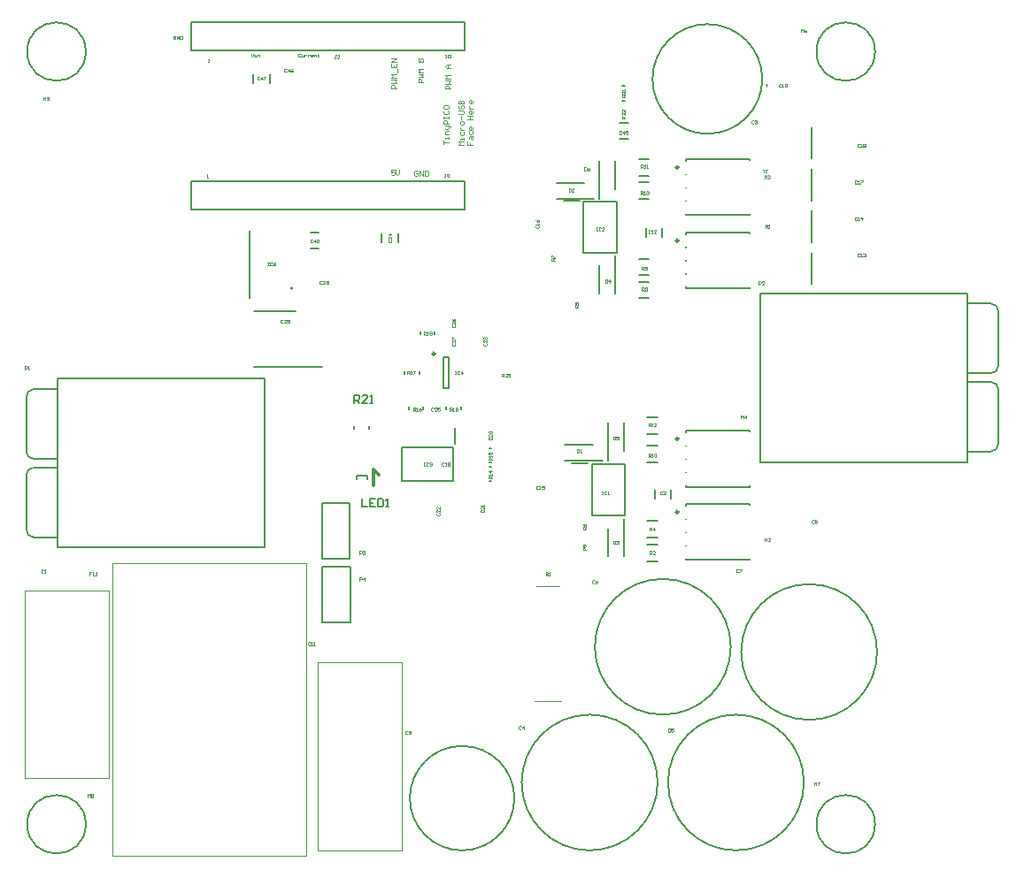
<source format=gto>
G04*
G04 #@! TF.GenerationSoftware,Altium Limited,Altium Designer,21.6.4 (81)*
G04*
G04 Layer_Color=65535*
%FSLAX44Y44*%
%MOMM*%
G71*
G04*
G04 #@! TF.SameCoordinates,D26747ED-23D3-466A-99B4-63F3962E0784*
G04*
G04*
G04 #@! TF.FilePolarity,Positive*
G04*
G01*
G75*
%ADD10C,0.2000*%
%ADD11C,0.2500*%
%ADD12C,0.3000*%
%ADD13C,0.1000*%
%ADD14C,0.2032*%
D10*
X8500Y371793D02*
G03*
X1000Y364293I0J-7500D01*
G01*
Y312293D02*
G03*
X8500Y304793I7500J0D01*
G01*
X1000Y387293D02*
G03*
X8500Y379793I7500J0D01*
G01*
Y446793D02*
G03*
X1000Y439293I0J-7500D01*
G01*
X923542Y461857D02*
G03*
X931042Y469357I0J7500D01*
G01*
Y521357D02*
G03*
X923542Y528857I-7500J0D01*
G01*
X931042Y446357D02*
G03*
X923542Y453857I-7500J0D01*
G01*
Y386857D02*
G03*
X931042Y394357I0J7500D01*
G01*
X256057Y543264D02*
G03*
X256057Y543264I-890J0D01*
G01*
X58000Y770000D02*
G03*
X58000Y770000I-28000J0D01*
G01*
X675000Y200000D02*
G03*
X675000Y200000I-65000J0D01*
G01*
X705161Y743785D02*
G03*
X705161Y743785I-52500J0D01*
G01*
X58000Y30000D02*
G03*
X58000Y30000I-28000J0D01*
G01*
X745000Y70000D02*
G03*
X745000Y70000I-65000J0D01*
G01*
X605000D02*
G03*
X605000Y70000I-65000J0D01*
G01*
X468000Y55000D02*
G03*
X468000Y55000I-50000J0D01*
G01*
X815000Y195000D02*
G03*
X815000Y195000I-65000J0D01*
G01*
X813000Y770000D02*
G03*
X813000Y770000I-28000J0D01*
G01*
Y30000D02*
G03*
X813000Y30000I-28000J0D01*
G01*
X317000Y363500D02*
X327000D01*
X317000Y360500D02*
Y363500D01*
X327000Y360500D02*
Y363500D01*
X329000Y408750D02*
Y411250D01*
X315000Y408750D02*
Y411250D01*
X283792Y283943D02*
X310693D01*
Y337743D01*
X283792D02*
X310693D01*
X283792Y283943D02*
Y337743D01*
X284050Y276900D02*
X310950D01*
X284050Y223100D02*
Y276900D01*
Y223100D02*
X310950D01*
Y276900D01*
X229000Y295293D02*
Y457293D01*
X31000Y295293D02*
Y457293D01*
Y295293D02*
X229000D01*
X31000Y457293D02*
X229000Y457293D01*
X8500Y371793D02*
X31000D01*
X1000Y311793D02*
Y364293D01*
X8500Y304793D02*
X31000D01*
X8500Y379793D02*
X31000D01*
X1000Y386793D02*
Y439293D01*
X8500Y446793D02*
X31000D01*
X703043Y376357D02*
Y538357D01*
X901042Y376357D02*
Y538357D01*
X703043D02*
X901042D01*
X703043Y376357D02*
X901042Y376357D01*
Y461857D02*
X923542D01*
X931042Y469357D02*
Y521857D01*
X901042Y528857D02*
X923542D01*
X901042Y453857D02*
X923542D01*
X931042Y394357D02*
Y446857D01*
X901042Y386857D02*
X923542D01*
X159250Y771500D02*
Y798500D01*
Y771500D02*
X420750D01*
Y798500D01*
X159250D02*
X420750D01*
X159250Y619100D02*
Y646100D01*
Y619100D02*
X420750D01*
Y646100D01*
X159250D02*
X420750D01*
X508166Y644426D02*
X535166D01*
X508166Y628927D02*
X544416D01*
X218219Y740031D02*
Y747969D01*
X233781Y740031D02*
Y747969D01*
X273031Y597031D02*
X280969D01*
X273031Y581469D02*
X280969D01*
X516500Y393750D02*
X543500D01*
X516500Y378250D02*
X552750D01*
X392000Y499250D02*
Y501750D01*
X378000Y499250D02*
Y501750D01*
X219250Y468335D02*
X284250D01*
X219250Y521335D02*
X259000D01*
X377000Y461250D02*
Y463750D01*
X363000Y461250D02*
Y463750D01*
X405500Y447500D02*
Y477500D01*
X400500Y447500D02*
Y477500D01*
Y447500D02*
X405500D01*
X400500Y477500D02*
X405500D01*
X381000Y427250D02*
Y429750D01*
X367000Y427250D02*
Y429750D01*
X417000Y427250D02*
Y429750D01*
X403000Y427250D02*
Y429750D01*
X443750Y390500D02*
X446250D01*
X443750Y376500D02*
X446250D01*
X409500Y359000D02*
Y391000D01*
X360500Y359000D02*
X409500D01*
X360500D02*
Y391000D01*
X409500D01*
X410800Y394500D02*
Y409750D01*
X443750Y372500D02*
X446250D01*
X443750Y358500D02*
X446250D01*
X214718Y533644D02*
Y598644D01*
X341219Y587808D02*
Y595746D01*
X356781Y587808D02*
Y595746D01*
X571250Y737000D02*
X573750D01*
X571250Y723000D02*
X573750D01*
X568868Y701781D02*
X576806D01*
X568868Y686219D02*
X576806D01*
X564416Y638176D02*
Y665176D01*
X548916Y628927D02*
Y665176D01*
X586936Y666676D02*
X596397D01*
X586936Y650676D02*
X596397D01*
X586936Y644677D02*
X596397D01*
X586936Y628676D02*
X596397D01*
X593885Y592707D02*
Y600645D01*
X609447Y592707D02*
Y600645D01*
X586936Y571676D02*
X596397D01*
X586936Y555676D02*
X596397D01*
X586936Y549677D02*
X596397D01*
X586936Y533676D02*
X596397D01*
X548916Y538176D02*
Y565176D01*
X564416Y538176D02*
Y574426D01*
X533666Y626176D02*
X565666D01*
Y577176D02*
Y626176D01*
X533666Y577176D02*
X565666D01*
X533666D02*
Y626176D01*
X514916Y627476D02*
X530166D01*
X557250Y286500D02*
Y313500D01*
X572750Y286500D02*
Y322750D01*
X542000Y374500D02*
X574000D01*
Y325500D02*
Y374500D01*
X542000Y325500D02*
X574000D01*
X542000D02*
Y374500D01*
X523250Y375800D02*
X538500D01*
X572750Y387500D02*
Y414500D01*
X557250Y378250D02*
Y414500D01*
X595269Y404000D02*
X604730D01*
X595269Y420000D02*
X604730D01*
X595269Y377000D02*
X604730D01*
X595269Y393000D02*
X604730D01*
X602219Y342031D02*
Y349969D01*
X617781Y342031D02*
Y349969D01*
X595269Y320500D02*
X604730D01*
X595269Y304500D02*
X604730D01*
X595269Y298000D02*
X604730D01*
X595269Y282000D02*
X604730D01*
X632500Y336750D02*
X693500D01*
X632500Y283250D02*
Y284700D01*
Y297200D02*
Y297400D01*
Y309900D02*
Y310100D01*
Y322600D02*
Y322800D01*
Y335300D02*
Y336750D01*
Y283250D02*
X693500D01*
Y284200D01*
Y335800D02*
Y336750D01*
X632500Y596750D02*
X693500D01*
X632500Y543250D02*
Y544700D01*
Y557200D02*
Y557400D01*
Y569900D02*
Y570100D01*
Y582600D02*
Y582800D01*
Y595300D02*
Y596750D01*
Y543250D02*
X693500D01*
Y544200D01*
Y595800D02*
Y596750D01*
X632500Y406750D02*
X693500D01*
X632500Y353250D02*
Y354700D01*
Y367200D02*
Y367400D01*
Y379900D02*
Y380100D01*
Y392600D02*
Y392800D01*
Y405300D02*
Y406750D01*
Y353250D02*
X693500D01*
Y354200D01*
Y405800D02*
Y406750D01*
X632500Y666750D02*
X693500D01*
X632500Y613250D02*
Y614700D01*
Y627200D02*
Y627400D01*
Y639900D02*
Y640100D01*
Y652600D02*
Y652800D01*
Y665300D02*
Y666750D01*
Y613250D02*
X693500D01*
Y614200D01*
Y665800D02*
Y666750D01*
X752500Y667500D02*
Y697500D01*
Y627500D02*
Y657500D01*
Y587500D02*
Y617500D01*
Y547500D02*
Y577500D01*
D11*
X392250Y480500D02*
G03*
X392250Y480500I-1250J0D01*
G01*
X625000Y329050D02*
G03*
X625000Y329050I-1250J0D01*
G01*
Y589050D02*
G03*
X625000Y589050I-1250J0D01*
G01*
Y399050D02*
G03*
X625000Y399050I-1250J0D01*
G01*
Y659050D02*
G03*
X625000Y659050I-1250J0D01*
G01*
D12*
X333430Y369620D02*
X338510Y364540D01*
X333430Y354380D02*
Y369620D01*
D13*
X487500Y148000D02*
X512500D01*
X488750Y258000D02*
X511250D01*
X268500Y0D02*
Y280000D01*
X83500Y0D02*
X268500D01*
X83500D02*
Y280000D01*
X268500D01*
X0Y74043D02*
X80000D01*
Y254042D01*
X0D02*
X80000D01*
X0Y74043D02*
Y254042D01*
X280000Y5000D02*
X360000D01*
Y185000D01*
X280000D02*
X360000D01*
X280000Y5000D02*
Y185000D01*
X216251Y767999D02*
Y766000D01*
X217251Y765000D01*
X218251Y766000D01*
Y767999D01*
X219250Y765000D02*
X220250D01*
X219750D01*
Y766999D01*
X219250D01*
X221749Y765000D02*
Y766999D01*
X223249D01*
X223749Y766499D01*
Y765000D01*
X355167Y734838D02*
X350169D01*
Y737337D01*
X351002Y738170D01*
X352668D01*
X353501Y737337D01*
Y734838D01*
X350169Y739836D02*
X355167D01*
X353501Y741503D01*
X355167Y743169D01*
X350169D01*
X355167Y744835D02*
X350169D01*
X351835Y746501D01*
X350169Y748167D01*
X355167D01*
X356000Y749833D02*
Y753165D01*
X350169Y758164D02*
Y754831D01*
X355167D01*
Y758164D01*
X352668Y754831D02*
Y756498D01*
X355167Y759830D02*
X350169D01*
X355167Y763162D01*
X350169D01*
X144001Y784499D02*
X143501Y784999D01*
X142501D01*
X142001Y784499D01*
Y782500D01*
X142501Y782000D01*
X143501D01*
X144001Y782500D01*
Y783500D01*
X143001D01*
X145000Y782000D02*
Y784999D01*
X147000Y782000D01*
Y784999D01*
X147999D02*
Y782000D01*
X149499D01*
X149999Y782500D01*
Y784499D01*
X149499Y784999D01*
X147999D01*
X353167Y656998D02*
X349835D01*
Y654499D01*
X351501Y655332D01*
X352334D01*
X353167Y654499D01*
Y652833D01*
X352334Y652000D01*
X350668D01*
X349835Y652833D01*
X354833Y656998D02*
Y653666D01*
X356499Y652000D01*
X358165Y653666D01*
Y656998D01*
X407000Y734337D02*
X402002D01*
Y736836D01*
X402835Y737669D01*
X404501D01*
X405334Y736836D01*
Y734337D01*
X402002Y739335D02*
X407000D01*
X405334Y741002D01*
X407000Y742668D01*
X402002D01*
X407000Y744334D02*
X402002D01*
X403668Y746000D01*
X402002Y747666D01*
X407000D01*
Y754331D02*
X403668D01*
X402002Y755997D01*
X403668Y757663D01*
X407000D01*
X404501D01*
Y754331D01*
X381000Y740337D02*
X376002D01*
Y742836D01*
X376835Y743670D01*
X378501D01*
X379334Y742836D01*
Y740337D01*
X376002Y745336D02*
X381000D01*
X379334Y747002D01*
X381000Y748668D01*
X376002D01*
X381000Y750334D02*
X376002D01*
X377668Y752000D01*
X376002Y753666D01*
X381000D01*
X376002Y760331D02*
X381000D01*
Y762830D01*
X380167Y763663D01*
X379334D01*
X378501Y762830D01*
Y760331D01*
Y762830D01*
X377668Y763663D01*
X376835D01*
X376002Y762830D01*
Y760331D01*
X419602Y680757D02*
X414604D01*
X416270Y682423D01*
X414604Y684089D01*
X419602D01*
Y685755D02*
Y687421D01*
Y686588D01*
X416270D01*
Y685755D01*
Y693253D02*
Y690754D01*
X417103Y689921D01*
X418769D01*
X419602Y690754D01*
Y693253D01*
X416270Y694919D02*
X419602D01*
X417936D01*
X417103Y695752D01*
X416270Y696585D01*
Y697418D01*
X419602Y700751D02*
Y702417D01*
X418769Y703250D01*
X417103D01*
X416270Y702417D01*
Y700751D01*
X417103Y699917D01*
X418769D01*
X419602Y700751D01*
X417103Y704916D02*
Y708248D01*
X414604Y709914D02*
X418769D01*
X419602Y710747D01*
Y712413D01*
X418769Y713246D01*
X414604D01*
X415437Y718245D02*
X414604Y717412D01*
Y715746D01*
X415437Y714912D01*
X416270D01*
X417103Y715746D01*
Y717412D01*
X417936Y718245D01*
X418769D01*
X419602Y717412D01*
Y715746D01*
X418769Y714912D01*
X414604Y719911D02*
X419602D01*
Y722410D01*
X418769Y723243D01*
X417936D01*
X417103Y722410D01*
Y719911D01*
Y722410D01*
X416270Y723243D01*
X415437D01*
X414604Y722410D01*
Y719911D01*
X423002Y683673D02*
Y680340D01*
X425501D01*
Y682007D01*
Y680340D01*
X428000D01*
X424668Y686172D02*
Y687838D01*
X425501Y688671D01*
X428000D01*
Y686172D01*
X427167Y685339D01*
X426334Y686172D01*
Y688671D01*
X424668Y693670D02*
Y691170D01*
X425501Y690337D01*
X427167D01*
X428000Y691170D01*
Y693670D01*
Y697835D02*
Y696169D01*
X427167Y695336D01*
X425501D01*
X424668Y696169D01*
Y697835D01*
X425501Y698668D01*
X426334D01*
Y695336D01*
X423002Y705332D02*
X428000D01*
X425501D01*
Y708664D01*
X423002D01*
X428000D01*
Y712830D02*
Y711164D01*
X427167Y710331D01*
X425501D01*
X424668Y711164D01*
Y712830D01*
X425501Y713663D01*
X426334D01*
Y710331D01*
X424668Y715329D02*
X428000D01*
X426334D01*
X425501Y716162D01*
X424668Y716995D01*
Y717828D01*
X428000Y722827D02*
Y721161D01*
X427167Y720327D01*
X425501D01*
X424668Y721161D01*
Y722827D01*
X425501Y723660D01*
X426334D01*
Y720327D01*
X375668Y655165D02*
X374835Y655998D01*
X373169D01*
X372336Y655165D01*
Y651833D01*
X373169Y651000D01*
X374835D01*
X375668Y651833D01*
Y653499D01*
X374002D01*
X377334Y651000D02*
Y655998D01*
X380666Y651000D01*
Y655998D01*
X382332D02*
Y651000D01*
X384831D01*
X385664Y651833D01*
Y655165D01*
X384831Y655998D01*
X382332D01*
X400336Y681673D02*
Y685005D01*
Y683339D01*
X405334D01*
Y686671D02*
Y688337D01*
Y687504D01*
X402002D01*
Y686671D01*
X405334Y690836D02*
X402002D01*
Y693335D01*
X402835Y694169D01*
X405334D01*
X402002Y695835D02*
X404501D01*
X405334Y696668D01*
Y699167D01*
X406167D01*
X407000Y698334D01*
Y697501D01*
X405334Y699167D02*
X402002D01*
X405334Y700833D02*
X400336D01*
Y703332D01*
X401169Y704165D01*
X402835D01*
X403668Y703332D01*
Y700833D01*
X400336Y705832D02*
Y707498D01*
Y706665D01*
X405334D01*
Y705832D01*
Y707498D01*
X401169Y713329D02*
X400336Y712496D01*
Y710830D01*
X401169Y709997D01*
X404501D01*
X405334Y710830D01*
Y712496D01*
X404501Y713329D01*
X400336Y717494D02*
Y715828D01*
X401169Y714995D01*
X404501D01*
X405334Y715828D01*
Y717494D01*
X404501Y718327D01*
X401169D01*
X400336Y717494D01*
X263502Y767499D02*
X263003Y767999D01*
X262003D01*
X261503Y767499D01*
Y765500D01*
X262003Y765000D01*
X263003D01*
X263502Y765500D01*
X264502Y766999D02*
Y765500D01*
X265002Y765000D01*
X266502D01*
Y766999D01*
X267501D02*
Y765000D01*
Y766000D01*
X268001Y766499D01*
X268501Y766999D01*
X269001D01*
X270500D02*
Y765000D01*
Y766000D01*
X271000Y766499D01*
X271500Y766999D01*
X272000D01*
X274999Y765000D02*
X273999D01*
X273499Y765500D01*
Y766499D01*
X273999Y766999D01*
X274999D01*
X275499Y766499D01*
Y766000D01*
X273499D01*
X276498Y765000D02*
Y766999D01*
X277998D01*
X278498Y766499D01*
Y765000D01*
X279997Y767499D02*
Y766999D01*
X279497D01*
X280497D01*
X279997D01*
Y765500D01*
X280497Y765000D01*
X175000Y760000D02*
X176000D01*
X175500D01*
Y762999D01*
X175000Y762499D01*
X402000Y764000D02*
X403000D01*
X402500D01*
Y766999D01*
X402000Y766499D01*
X404499D02*
X404999Y766999D01*
X405999D01*
X406499Y766499D01*
Y764500D01*
X405999Y764000D01*
X404999D01*
X404499Y764500D01*
Y766499D01*
X173800Y649600D02*
X174800D01*
X174300D01*
Y652599D01*
X173800Y652099D01*
X401000Y650000D02*
X402000D01*
X401500D01*
Y652999D01*
X401000Y652499D01*
X403499D02*
X403999Y652999D01*
X404999D01*
X405499Y652499D01*
Y650500D01*
X404999Y650000D01*
X403999D01*
X403499Y650500D01*
Y652499D01*
X708161Y737785D02*
X710160D01*
X709160Y738784D02*
Y736785D01*
X320001Y263500D02*
Y266500D01*
X321500D01*
X322000Y266000D01*
Y265000D01*
X321500Y264500D01*
X320001D01*
X324499Y263500D02*
Y266500D01*
X323000Y265000D01*
X324999D01*
X320001Y288500D02*
Y291500D01*
X321500D01*
X322000Y291000D01*
Y290000D01*
X321500Y289500D01*
X320001D01*
X323000Y291000D02*
X323500Y291500D01*
X324499D01*
X324999Y291000D01*
Y290500D01*
X324499Y290000D01*
X323999D01*
X324499D01*
X324999Y289500D01*
Y289000D01*
X324499Y288500D01*
X323500D01*
X323000Y289000D01*
X701832Y546728D02*
Y549727D01*
X703332D01*
X703831Y549227D01*
Y548228D01*
X703332Y547728D01*
X701832D01*
X706830Y546728D02*
X704831D01*
X706830Y548727D01*
Y549227D01*
X706330Y549727D01*
X705331D01*
X704831Y549227D01*
X-224Y465702D02*
Y468701D01*
X1276D01*
X1775Y468201D01*
Y467201D01*
X1276Y466702D01*
X-224D01*
X2775Y465702D02*
X3775D01*
X3275D01*
Y468701D01*
X2775Y468201D01*
X224074Y745373D02*
X223574Y745873D01*
X222575D01*
X222075Y745373D01*
Y743374D01*
X222575Y742874D01*
X223574D01*
X224074Y743374D01*
X226573Y742874D02*
Y745873D01*
X225074Y744373D01*
X227073D01*
X228073Y745873D02*
X230072D01*
Y745373D01*
X228073Y743374D01*
Y742874D01*
X250001Y753000D02*
X249501Y753500D01*
X248501D01*
X248001Y753000D01*
Y751000D01*
X248501Y750500D01*
X249501D01*
X250001Y751000D01*
X252500Y750500D02*
Y753500D01*
X251000Y752000D01*
X253000D01*
X255999Y753500D02*
X254999Y753000D01*
X253999Y752000D01*
Y751000D01*
X254499Y750500D01*
X255499D01*
X255999Y751000D01*
Y751500D01*
X255499Y752000D01*
X253999D01*
X456001Y458501D02*
Y461499D01*
X457501D01*
X458001Y461000D01*
Y460000D01*
X457501Y459500D01*
X456001D01*
X457001D02*
X458001Y458501D01*
X461000D02*
X459000D01*
X461000Y460500D01*
Y461000D01*
X460500Y461499D01*
X459500D01*
X459000Y461000D01*
X461999Y459000D02*
X462499Y458501D01*
X463499D01*
X463999Y459000D01*
Y461000D01*
X463499Y461499D01*
X462499D01*
X461999Y461000D01*
Y460500D01*
X462499Y460000D01*
X463999D01*
X682749Y273891D02*
X682250Y274391D01*
X681250D01*
X680750Y273891D01*
Y271892D01*
X681250Y271392D01*
X682250D01*
X682749Y271892D01*
X683749Y274391D02*
X685748D01*
Y273891D01*
X683749Y271892D01*
Y271392D01*
X544500Y263500D02*
X544000Y264000D01*
X543001D01*
X542501Y263500D01*
Y261500D01*
X543001Y261000D01*
X544000D01*
X544500Y261500D01*
X547499Y264000D02*
X546499Y263500D01*
X545500Y262500D01*
Y261500D01*
X546000Y261000D01*
X546999D01*
X547499Y261500D01*
Y262000D01*
X546999Y262500D01*
X545500D01*
X617000Y121000D02*
X616500Y121500D01*
X615501D01*
X615001Y121000D01*
Y119000D01*
X615501Y118500D01*
X616500D01*
X617000Y119000D01*
X619999Y121500D02*
X618000D01*
Y120000D01*
X618999Y120500D01*
X619499D01*
X619999Y120000D01*
Y119000D01*
X619499Y118500D01*
X618500D01*
X618000Y119000D01*
X474500Y123500D02*
X474000Y124000D01*
X473001D01*
X472501Y123500D01*
Y121500D01*
X473001Y121000D01*
X474000D01*
X474500Y121500D01*
X476999Y121000D02*
Y124000D01*
X475500Y122500D01*
X477499D01*
X17501Y723501D02*
Y726499D01*
X18500Y725500D01*
X19500Y726499D01*
Y723501D01*
X22499Y726499D02*
X20500D01*
Y725000D01*
X21500Y725500D01*
X21999D01*
X22499Y725000D01*
Y724000D01*
X21999Y723501D01*
X21000D01*
X20500Y724000D01*
X60001Y56000D02*
Y59000D01*
X61000Y58000D01*
X62000Y59000D01*
Y56000D01*
X63000Y58500D02*
X63500Y59000D01*
X64499D01*
X64999Y58500D01*
Y58000D01*
X64499Y57500D01*
X64999Y57000D01*
Y56500D01*
X64499Y56000D01*
X63500D01*
X63000Y56500D01*
Y57000D01*
X63500Y57500D01*
X63000Y58000D01*
Y58500D01*
X63500Y57500D02*
X64499D01*
X754918Y67176D02*
Y70175D01*
X755918Y69175D01*
X756917Y70175D01*
Y67176D01*
X757917Y70175D02*
X759916D01*
Y69675D01*
X757917Y67676D01*
Y67176D01*
X742501Y788501D02*
Y791499D01*
X743501Y790500D01*
X744500Y791499D01*
Y788501D01*
X747499Y791499D02*
X746499Y791000D01*
X745500Y790000D01*
Y789000D01*
X746000Y788501D01*
X746999D01*
X747499Y789000D01*
Y789500D01*
X746999Y790000D01*
X745500D01*
X573999Y706001D02*
X571001D01*
Y707501D01*
X571500Y708001D01*
X572500D01*
X573000Y707501D01*
Y706001D01*
Y707001D02*
X573999Y708001D01*
X571500Y709000D02*
X571001Y709500D01*
Y710500D01*
X571500Y711000D01*
X572000D01*
X572500Y710500D01*
Y710000D01*
Y710500D01*
X573000Y711000D01*
X573500D01*
X573999Y710500D01*
Y709500D01*
X573500Y709000D01*
X573999Y713999D02*
Y711999D01*
X572000Y713999D01*
X571500D01*
X571001Y713499D01*
Y712499D01*
X571500Y711999D01*
X573999Y726501D02*
X571001D01*
Y728001D01*
X571500Y728501D01*
X572500D01*
X573000Y728001D01*
Y726501D01*
Y727501D02*
X573999Y728501D01*
X571500Y729500D02*
X571001Y730000D01*
Y731000D01*
X571500Y731499D01*
X572000D01*
X572500Y731000D01*
Y730500D01*
Y731000D01*
X573000Y731499D01*
X573500D01*
X573999Y731000D01*
Y730000D01*
X573500Y729500D01*
X573999Y732499D02*
Y733499D01*
Y732999D01*
X571001D01*
X571500Y732499D01*
X406251Y426001D02*
Y428999D01*
X407751D01*
X408251Y428500D01*
Y427500D01*
X407751Y427000D01*
X406251D01*
X407251D02*
X408251Y426001D01*
X409250D02*
X410250D01*
X409750D01*
Y428999D01*
X409250Y428500D01*
X411749Y426500D02*
X412249Y426001D01*
X413249D01*
X413749Y426500D01*
Y428500D01*
X413249Y428999D01*
X412249D01*
X411749Y428500D01*
Y428000D01*
X412249Y427500D01*
X413749D01*
X381251Y498501D02*
Y501499D01*
X382751D01*
X383251Y501000D01*
Y500000D01*
X382751Y499500D01*
X381251D01*
X382251D02*
X383251Y498501D01*
X384250D02*
X385250D01*
X384750D01*
Y501499D01*
X384250Y501000D01*
X386749D02*
X387249Y501499D01*
X388249D01*
X388749Y501000D01*
Y500500D01*
X388249Y500000D01*
X388749Y499500D01*
Y499000D01*
X388249Y498501D01*
X387249D01*
X386749Y499000D01*
Y499500D01*
X387249Y500000D01*
X386749Y500500D01*
Y501000D01*
X387249Y500000D02*
X388249D01*
X365751Y461001D02*
Y463999D01*
X367251D01*
X367751Y463500D01*
Y462500D01*
X367251Y462000D01*
X365751D01*
X366751D02*
X367751Y461001D01*
X368750D02*
X369750D01*
X369250D01*
Y463999D01*
X368750Y463500D01*
X371249Y463999D02*
X373249D01*
Y463500D01*
X371249Y461500D01*
Y461001D01*
X371251Y426001D02*
Y428999D01*
X372751D01*
X373251Y428500D01*
Y427500D01*
X372751Y427000D01*
X371251D01*
X372251D02*
X373251Y426001D01*
X374250D02*
X375250D01*
X374750D01*
Y428999D01*
X374250Y428500D01*
X378749Y428999D02*
X377749Y428500D01*
X376749Y427500D01*
Y426500D01*
X377249Y426001D01*
X378249D01*
X378749Y426500D01*
Y427000D01*
X378249Y427500D01*
X376749D01*
X446499Y378751D02*
X443501D01*
Y380251D01*
X444000Y380751D01*
X445000D01*
X445500Y380251D01*
Y378751D01*
Y379751D02*
X446499Y380751D01*
Y381750D02*
Y382750D01*
Y382250D01*
X443501D01*
X444000Y381750D01*
X443501Y386249D02*
Y384249D01*
X445000D01*
X444500Y385249D01*
Y385749D01*
X445000Y386249D01*
X446000D01*
X446499Y385749D01*
Y384749D01*
X446000Y384249D01*
X446499Y361251D02*
X443501D01*
Y362751D01*
X444000Y363251D01*
X445000D01*
X445500Y362751D01*
Y361251D01*
Y362251D02*
X446499Y363251D01*
Y364250D02*
Y365250D01*
Y364750D01*
X443501D01*
X444000Y364250D01*
X446499Y368249D02*
X443501D01*
X445000Y366749D01*
Y368749D01*
X588751Y633501D02*
Y636499D01*
X590251D01*
X590751Y636000D01*
Y635000D01*
X590251Y634500D01*
X588751D01*
X589751D02*
X590751Y633501D01*
X591750D02*
X592750D01*
X592250D01*
Y636499D01*
X591750Y636000D01*
X594249D02*
X594749Y636499D01*
X595749D01*
X596249Y636000D01*
Y635500D01*
X595749Y635000D01*
X595249D01*
X595749D01*
X596249Y634500D01*
Y634000D01*
X595749Y633501D01*
X594749D01*
X594249Y634000D01*
X596251Y411001D02*
Y413999D01*
X597751D01*
X598251Y413500D01*
Y412500D01*
X597751Y412000D01*
X596251D01*
X597251D02*
X598251Y411001D01*
X599250D02*
X600250D01*
X599750D01*
Y413999D01*
X599250Y413500D01*
X603749Y411001D02*
X601749D01*
X603749Y413000D01*
Y413500D01*
X603249Y413999D01*
X602249D01*
X601749Y413500D01*
X589251Y658501D02*
Y661499D01*
X590751D01*
X591250Y661000D01*
Y660000D01*
X590751Y659500D01*
X589251D01*
X590251D02*
X591250Y658501D01*
X592250D02*
X593250D01*
X592750D01*
Y661499D01*
X592250Y661000D01*
X594749Y658501D02*
X595749D01*
X595249D01*
Y661499D01*
X594749Y661000D01*
X596251Y382001D02*
Y385000D01*
X597751D01*
X598251Y384500D01*
Y383500D01*
X597751Y383000D01*
X596251D01*
X597251D02*
X598251Y382001D01*
X599250D02*
X600250D01*
X599750D01*
Y385000D01*
X599250Y384500D01*
X601749D02*
X602249Y385000D01*
X603249D01*
X603749Y384500D01*
Y382500D01*
X603249Y382001D01*
X602249D01*
X601749Y382500D01*
Y384500D01*
X528999Y525001D02*
X526001D01*
Y526500D01*
X526500Y527000D01*
X527500D01*
X528000Y526500D01*
Y525001D01*
Y526001D02*
X528999Y527000D01*
X528500Y528000D02*
X528999Y528500D01*
Y529499D01*
X528500Y529999D01*
X526500D01*
X526001Y529499D01*
Y528500D01*
X526500Y528000D01*
X527000D01*
X527500Y528500D01*
Y529999D01*
X536499Y292501D02*
X533501D01*
Y294000D01*
X534000Y294500D01*
X535000D01*
X535500Y294000D01*
Y292501D01*
Y293500D02*
X536499Y294500D01*
X534000Y295500D02*
X533501Y296000D01*
Y296999D01*
X534000Y297499D01*
X534500D01*
X535000Y296999D01*
X535500Y297499D01*
X536000D01*
X536499Y296999D01*
Y296000D01*
X536000Y295500D01*
X535500D01*
X535000Y296000D01*
X534500Y295500D01*
X534000D01*
X535000Y296000D02*
Y296999D01*
X506499Y570001D02*
X503501D01*
Y571500D01*
X504000Y572000D01*
X505000D01*
X505500Y571500D01*
Y570001D01*
Y571001D02*
X506499Y572000D01*
X503501Y573000D02*
Y574999D01*
X504000D01*
X506000Y573000D01*
X506499D01*
X536499Y312501D02*
X533501D01*
Y314000D01*
X534000Y314500D01*
X535000D01*
X535500Y314000D01*
Y312501D01*
Y313500D02*
X536499Y314500D01*
X533501Y317499D02*
X534000Y316500D01*
X535000Y315500D01*
X536000D01*
X536499Y316000D01*
Y316999D01*
X536000Y317499D01*
X535500D01*
X535000Y316999D01*
Y315500D01*
X590001Y561001D02*
Y563999D01*
X591500D01*
X592000Y563500D01*
Y562500D01*
X591500Y562000D01*
X590001D01*
X591001D02*
X592000Y561001D01*
X594999Y563999D02*
X593000D01*
Y562500D01*
X593999Y563000D01*
X594499D01*
X594999Y562500D01*
Y561500D01*
X594499Y561001D01*
X593500D01*
X593000Y561500D01*
X597501Y311000D02*
Y314000D01*
X599000D01*
X599500Y313500D01*
Y312500D01*
X599000Y312000D01*
X597501D01*
X598501D02*
X599500Y311000D01*
X601999D02*
Y314000D01*
X600500Y312500D01*
X602499D01*
X590001Y541001D02*
Y543999D01*
X591500D01*
X592000Y543500D01*
Y542500D01*
X591500Y542000D01*
X590001D01*
X591001D02*
X592000Y541001D01*
X593000Y543500D02*
X593500Y543999D01*
X594499D01*
X594999Y543500D01*
Y543000D01*
X594499Y542500D01*
X593999D01*
X594499D01*
X594999Y542000D01*
Y541500D01*
X594499Y541001D01*
X593500D01*
X593000Y541500D01*
X597501Y288500D02*
Y291500D01*
X599000D01*
X599500Y291000D01*
Y290000D01*
X599000Y289500D01*
X597501D01*
X598501D02*
X599500Y288500D01*
X602499D02*
X600500D01*
X602499Y290500D01*
Y291000D01*
X601999Y291500D01*
X601000D01*
X600500Y291000D01*
X498001Y268500D02*
Y271500D01*
X499500D01*
X500000Y271000D01*
Y270000D01*
X499500Y269500D01*
X498001D01*
X499000D02*
X500000Y268500D01*
X501000D02*
X501999D01*
X501499D01*
Y271500D01*
X501000Y271000D01*
X685001Y418501D02*
Y421499D01*
X686001Y420500D01*
X687000Y421499D01*
Y418501D01*
X689499D02*
Y421499D01*
X688000Y420000D01*
X689999D01*
X707501Y648501D02*
Y651499D01*
X708501Y650500D01*
X709500Y651499D01*
Y648501D01*
X710500Y651000D02*
X711000Y651499D01*
X711999D01*
X712499Y651000D01*
Y650500D01*
X711999Y650000D01*
X711499D01*
X711999D01*
X712499Y649500D01*
Y649000D01*
X711999Y648501D01*
X711000D01*
X710500Y649000D01*
X707501Y301000D02*
Y304000D01*
X708501Y303000D01*
X709500Y304000D01*
Y301000D01*
X712499D02*
X710500D01*
X712499Y303000D01*
Y303500D01*
X711999Y304000D01*
X711000D01*
X710500Y303500D01*
X708001Y601001D02*
Y603999D01*
X709000Y603000D01*
X710000Y603999D01*
Y601001D01*
X711000D02*
X711999D01*
X711499D01*
Y603999D01*
X711000Y603500D01*
X297500Y766499D02*
X296500D01*
X297000D01*
Y764000D01*
X296500Y763501D01*
X296001D01*
X295501Y764000D01*
X300499Y763501D02*
X298500D01*
X300499Y765500D01*
Y766000D01*
X299999Y766499D01*
X299000D01*
X298500Y766000D01*
X708000Y654100D02*
X709000D01*
X708500D01*
Y656600D01*
X709000Y657100D01*
X709500D01*
X709999Y656600D01*
X707000Y657100D02*
X706001D01*
X706500D01*
Y654100D01*
X707000Y654600D01*
X231969Y568143D02*
X232968D01*
X232468D01*
Y565144D01*
X231969D01*
X232968D01*
X236467Y567643D02*
X235967Y568143D01*
X234968D01*
X234468Y567643D01*
Y565644D01*
X234968Y565144D01*
X235967D01*
X236467Y565644D01*
X239466Y568143D02*
X238467Y567643D01*
X237467Y566644D01*
Y565644D01*
X237967Y565144D01*
X238966D01*
X239466Y565644D01*
Y566144D01*
X238966Y566644D01*
X237467D01*
X411251Y463999D02*
X412251D01*
X411751D01*
Y461001D01*
X411251D01*
X412251D01*
X415750Y463500D02*
X415250Y463999D01*
X414250D01*
X413750Y463500D01*
Y461500D01*
X414250Y461001D01*
X415250D01*
X415750Y461500D01*
X418249Y461001D02*
Y463999D01*
X416749Y462500D01*
X418749D01*
X381251Y376499D02*
X382251D01*
X381751D01*
Y373501D01*
X381251D01*
X382251D01*
X385750Y376000D02*
X385250Y376499D01*
X384250D01*
X383750Y376000D01*
Y374000D01*
X384250Y373501D01*
X385250D01*
X385750Y374000D01*
X386749Y376000D02*
X387249Y376499D01*
X388249D01*
X388749Y376000D01*
Y375500D01*
X388249Y375000D01*
X387749D01*
X388249D01*
X388749Y374500D01*
Y374000D01*
X388249Y373501D01*
X387249D01*
X386749Y374000D01*
X546251Y601499D02*
X547251D01*
X546751D01*
Y598501D01*
X546251D01*
X547251D01*
X550750Y601000D02*
X550250Y601499D01*
X549250D01*
X548750Y601000D01*
Y599000D01*
X549250Y598501D01*
X550250D01*
X550750Y599000D01*
X553749Y598501D02*
X551749D01*
X553749Y600500D01*
Y601000D01*
X553249Y601499D01*
X552249D01*
X551749Y601000D01*
X551751Y348999D02*
X552751D01*
X552251D01*
Y346001D01*
X551751D01*
X552751D01*
X556250Y348500D02*
X555750Y348999D01*
X554750D01*
X554250Y348500D01*
Y346500D01*
X554750Y346001D01*
X555750D01*
X556250Y346500D01*
X557249Y346001D02*
X558249D01*
X557749D01*
Y348999D01*
X557249Y348500D01*
X63500Y271500D02*
X61501D01*
Y270000D01*
X62501D01*
X61501D01*
Y268500D01*
X64500Y271500D02*
Y268500D01*
X66500D01*
X67499D02*
X68499D01*
X67999D01*
Y271500D01*
X67499Y271000D01*
X535001Y658999D02*
Y656001D01*
X536500D01*
X537000Y656500D01*
Y658500D01*
X536500Y658999D01*
X535001D01*
X539999D02*
X538999Y658500D01*
X538000Y657500D01*
Y656500D01*
X538500Y656001D01*
X539499D01*
X539999Y656500D01*
Y657000D01*
X539499Y657500D01*
X538000D01*
X562501Y401499D02*
Y398501D01*
X564000D01*
X564500Y399000D01*
Y401000D01*
X564000Y401499D01*
X562501D01*
X567499D02*
X565500D01*
Y400000D01*
X566499Y400500D01*
X566999D01*
X567499Y400000D01*
Y399000D01*
X566999Y398501D01*
X566000D01*
X565500Y399000D01*
X555001Y551499D02*
Y548501D01*
X556500D01*
X557000Y549000D01*
Y551000D01*
X556500Y551499D01*
X555001D01*
X559499Y548501D02*
Y551499D01*
X558000Y550000D01*
X559999D01*
X562501Y301500D02*
Y298500D01*
X564000D01*
X564500Y299000D01*
Y301000D01*
X564000Y301500D01*
X562501D01*
X565500Y301000D02*
X566000Y301500D01*
X566999D01*
X567499Y301000D01*
Y300500D01*
X566999Y300000D01*
X566499D01*
X566999D01*
X567499Y299500D01*
Y299000D01*
X566999Y298500D01*
X566000D01*
X565500Y299000D01*
X520001Y638999D02*
Y636001D01*
X521500D01*
X522000Y636500D01*
Y638500D01*
X521500Y638999D01*
X520001D01*
X524999Y636001D02*
X523000D01*
X524999Y638000D01*
Y638500D01*
X524499Y638999D01*
X523500D01*
X523000Y638500D01*
X528001Y388999D02*
Y386001D01*
X529500D01*
X530000Y386500D01*
Y388500D01*
X529500Y388999D01*
X528001D01*
X531000Y386001D02*
X531999D01*
X531499D01*
Y388999D01*
X531000Y388500D01*
X570501Y693500D02*
X570001Y693999D01*
X569001D01*
X568501Y693500D01*
Y691500D01*
X569001Y691001D01*
X570001D01*
X570501Y691500D01*
X573000Y691001D02*
Y693999D01*
X571500Y692500D01*
X573500D01*
X576499Y693999D02*
X574499D01*
Y692500D01*
X575499Y693000D01*
X575999D01*
X576499Y692500D01*
Y691500D01*
X575999Y691001D01*
X574999D01*
X574499Y691500D01*
X275001Y589589D02*
X274501Y590089D01*
X273501D01*
X273001Y589589D01*
Y587590D01*
X273501Y587090D01*
X274501D01*
X275001Y587590D01*
X277500Y587090D02*
Y590089D01*
X276000Y588590D01*
X278000D01*
X278999Y589589D02*
X279499Y590089D01*
X280499D01*
X280999Y589589D01*
Y587590D01*
X280499Y587090D01*
X279499D01*
X278999Y587590D01*
Y589589D01*
X246437Y512643D02*
X245937Y513143D01*
X244937D01*
X244437Y512643D01*
Y510644D01*
X244937Y510144D01*
X245937D01*
X246437Y510644D01*
X249436Y510144D02*
X247436D01*
X249436Y512144D01*
Y512643D01*
X248936Y513143D01*
X247936D01*
X247436Y512643D01*
X250435Y510644D02*
X250935Y510144D01*
X251935D01*
X252435Y510644D01*
Y512643D01*
X251935Y513143D01*
X250935D01*
X250435Y512643D01*
Y512144D01*
X250935Y511644D01*
X252435D01*
X284001Y550000D02*
X283501Y550499D01*
X282501D01*
X282001Y550000D01*
Y548000D01*
X282501Y547500D01*
X283501D01*
X284001Y548000D01*
X287000Y547500D02*
X285000D01*
X287000Y549500D01*
Y550000D01*
X286500Y550499D01*
X285500D01*
X285000Y550000D01*
X287999D02*
X288499Y550499D01*
X289499D01*
X289999Y550000D01*
Y549500D01*
X289499Y549000D01*
X289999Y548500D01*
Y548000D01*
X289499Y547500D01*
X288499D01*
X287999Y548000D01*
Y548500D01*
X288499Y549000D01*
X287999Y549500D01*
Y550000D01*
X288499Y549000D02*
X289499D01*
X409000Y490501D02*
X408501Y490001D01*
Y489001D01*
X409000Y488501D01*
X411000D01*
X411499Y489001D01*
Y490001D01*
X411000Y490501D01*
X411499Y493500D02*
Y491500D01*
X409500Y493500D01*
X409000D01*
X408501Y493000D01*
Y492000D01*
X409000Y491500D01*
X408501Y494499D02*
Y496499D01*
X409000D01*
X411000Y494499D01*
X411499D01*
X409000Y508001D02*
X408501Y507501D01*
Y506501D01*
X409000Y506001D01*
X411000D01*
X411499Y506501D01*
Y507501D01*
X411000Y508001D01*
X411499Y511000D02*
Y509000D01*
X409500Y511000D01*
X409000D01*
X408501Y510500D01*
Y509500D01*
X409000Y509000D01*
X408501Y513999D02*
X409000Y512999D01*
X410000Y511999D01*
X411000D01*
X411499Y512499D01*
Y513499D01*
X411000Y513999D01*
X410500D01*
X410000Y513499D01*
Y511999D01*
X390501Y428500D02*
X390001Y428999D01*
X389001D01*
X388501Y428500D01*
Y426500D01*
X389001Y426001D01*
X390001D01*
X390501Y426500D01*
X393500Y426001D02*
X391500D01*
X393500Y428000D01*
Y428500D01*
X393000Y428999D01*
X392000D01*
X391500Y428500D01*
X396499Y428999D02*
X394499D01*
Y427500D01*
X395499Y428000D01*
X395999D01*
X396499Y427500D01*
Y426500D01*
X395999Y426001D01*
X394999D01*
X394499Y426500D01*
X348000Y589777D02*
X347500Y589277D01*
Y588278D01*
X348000Y587778D01*
X350000D01*
X350499Y588278D01*
Y589277D01*
X350000Y589777D01*
X350499Y592776D02*
Y590777D01*
X348500Y592776D01*
X348000D01*
X347500Y592276D01*
Y591277D01*
X348000Y590777D01*
X350499Y595275D02*
X347500D01*
X349000Y593776D01*
Y595775D01*
X439000Y490501D02*
X438501Y490001D01*
Y489001D01*
X439000Y488501D01*
X441000D01*
X441499Y489001D01*
Y490001D01*
X441000Y490501D01*
X441499Y493500D02*
Y491500D01*
X439500Y493500D01*
X439000D01*
X438501Y493000D01*
Y492000D01*
X439000Y491500D01*
Y494499D02*
X438501Y494999D01*
Y495999D01*
X439000Y496499D01*
X439500D01*
X440000Y495999D01*
Y495499D01*
Y495999D01*
X440500Y496499D01*
X441000D01*
X441499Y495999D01*
Y494999D01*
X441000Y494499D01*
X394000Y328001D02*
X393501Y327501D01*
Y326501D01*
X394000Y326001D01*
X396000D01*
X396499Y326501D01*
Y327501D01*
X396000Y328001D01*
X396499Y331000D02*
Y329000D01*
X394500Y331000D01*
X394000D01*
X393501Y330500D01*
Y329500D01*
X394000Y329000D01*
X396499Y333999D02*
Y331999D01*
X394500Y333999D01*
X394000D01*
X393501Y333499D01*
Y332499D01*
X394000Y331999D01*
X436500Y331001D02*
X436000Y330501D01*
Y329501D01*
X436500Y329001D01*
X438500D01*
X438999Y329501D01*
Y330501D01*
X438500Y331001D01*
X438999Y333999D02*
Y332000D01*
X437000Y333999D01*
X436500D01*
X436000Y333500D01*
Y332500D01*
X436500Y332000D01*
X438999Y334999D02*
Y335999D01*
Y335499D01*
X436000D01*
X436500Y334999D01*
X444000Y400501D02*
X443501Y400001D01*
Y399001D01*
X444000Y398501D01*
X446000D01*
X446499Y399001D01*
Y400001D01*
X446000Y400501D01*
X446499Y403500D02*
Y401500D01*
X444500Y403500D01*
X444000D01*
X443501Y403000D01*
Y402000D01*
X444000Y401500D01*
Y404499D02*
X443501Y404999D01*
Y405999D01*
X444000Y406499D01*
X446000D01*
X446499Y405999D01*
Y404999D01*
X446000Y404499D01*
X444000D01*
X400751Y376000D02*
X400251Y376499D01*
X399251D01*
X398751Y376000D01*
Y374000D01*
X399251Y373501D01*
X400251D01*
X400751Y374000D01*
X401750Y373501D02*
X402750D01*
X402250D01*
Y376499D01*
X401750Y376000D01*
X404249Y374000D02*
X404749Y373501D01*
X405749D01*
X406249Y374000D01*
Y376000D01*
X405749Y376499D01*
X404749D01*
X404249Y376000D01*
Y375500D01*
X404749Y375000D01*
X406249D01*
X798251Y681000D02*
X797751Y681499D01*
X796751D01*
X796251Y681000D01*
Y679000D01*
X796751Y678501D01*
X797751D01*
X798251Y679000D01*
X799250Y678501D02*
X800250D01*
X799750D01*
Y681499D01*
X799250Y681000D01*
X801749D02*
X802249Y681499D01*
X803249D01*
X803749Y681000D01*
Y680500D01*
X803249Y680000D01*
X803749Y679500D01*
Y679000D01*
X803249Y678501D01*
X802249D01*
X801749Y679000D01*
Y679500D01*
X802249Y680000D01*
X801749Y680500D01*
Y681000D01*
X802249Y680000D02*
X803249D01*
X795751Y646000D02*
X795251Y646499D01*
X794251D01*
X793751Y646000D01*
Y644000D01*
X794251Y643501D01*
X795251D01*
X795751Y644000D01*
X796750Y643501D02*
X797750D01*
X797250D01*
Y646499D01*
X796750Y646000D01*
X799249Y646499D02*
X801249D01*
Y646000D01*
X799249Y644000D01*
Y643501D01*
X489000Y603251D02*
X488501Y602751D01*
Y601751D01*
X489000Y601251D01*
X491000D01*
X491499Y601751D01*
Y602751D01*
X491000Y603251D01*
X491499Y604250D02*
Y605250D01*
Y604750D01*
X488501D01*
X489000Y604250D01*
X488501Y608749D02*
X489000Y607749D01*
X490000Y606749D01*
X491000D01*
X491499Y607249D01*
Y608249D01*
X491000Y608749D01*
X490500D01*
X490000Y608249D01*
Y606749D01*
X490751Y353500D02*
X490251Y353999D01*
X489251D01*
X488751Y353500D01*
Y351500D01*
X489251Y351001D01*
X490251D01*
X490751Y351500D01*
X491750Y351001D02*
X492750D01*
X492250D01*
Y353999D01*
X491750Y353500D01*
X496249Y353999D02*
X494249D01*
Y352500D01*
X495249Y353000D01*
X495749D01*
X496249Y352500D01*
Y351500D01*
X495749Y351001D01*
X494749D01*
X494249Y351500D01*
X795751Y611000D02*
X795251Y611499D01*
X794251D01*
X793751Y611000D01*
Y609000D01*
X794251Y608501D01*
X795251D01*
X795751Y609000D01*
X796750Y608501D02*
X797750D01*
X797250D01*
Y611499D01*
X796750Y611000D01*
X800749Y608501D02*
Y611499D01*
X799249Y610000D01*
X801249D01*
X798251Y576000D02*
X797751Y576499D01*
X796751D01*
X796251Y576000D01*
Y574000D01*
X796751Y573501D01*
X797751D01*
X798251Y574000D01*
X799250Y573501D02*
X800250D01*
X799750D01*
Y576499D01*
X799250Y576000D01*
X801749D02*
X802249Y576499D01*
X803249D01*
X803749Y576000D01*
Y575500D01*
X803249Y575000D01*
X802749D01*
X803249D01*
X803749Y574500D01*
Y574000D01*
X803249Y573501D01*
X802249D01*
X801749Y574000D01*
X598251Y598500D02*
X597751Y598999D01*
X596751D01*
X596251Y598500D01*
Y596500D01*
X596751Y596001D01*
X597751D01*
X598251Y596500D01*
X599250Y596001D02*
X600250D01*
X599750D01*
Y598999D01*
X599250Y598500D01*
X603749Y596001D02*
X601749D01*
X603749Y598000D01*
Y598500D01*
X603249Y598999D01*
X602249D01*
X601749Y598500D01*
X272539Y204041D02*
X272040Y204541D01*
X271040D01*
X270540Y204041D01*
Y202042D01*
X271040Y201542D01*
X272040D01*
X272539Y202042D01*
X273539Y201542D02*
X274539D01*
X274039D01*
Y204541D01*
X273539Y204041D01*
X276038Y201542D02*
X277038D01*
X276538D01*
Y204541D01*
X276038Y204041D01*
X723251Y738500D02*
X722751Y738999D01*
X721751D01*
X721251Y738500D01*
Y736500D01*
X721751Y736001D01*
X722751D01*
X723251Y736500D01*
X724250Y736001D02*
X725250D01*
X724750D01*
Y738999D01*
X724250Y738500D01*
X726749D02*
X727249Y738999D01*
X728249D01*
X728749Y738500D01*
Y736500D01*
X728249Y736001D01*
X727249D01*
X726749Y736500D01*
Y738500D01*
X754500Y321000D02*
X754000Y321499D01*
X753001D01*
X752501Y321000D01*
Y319000D01*
X753001Y318500D01*
X754000D01*
X754500Y319000D01*
X755500D02*
X756000Y318500D01*
X756999D01*
X757499Y319000D01*
Y321000D01*
X756999Y321499D01*
X756000D01*
X755500Y321000D01*
Y320500D01*
X756000Y320000D01*
X757499D01*
X365757Y118951D02*
X365257Y119451D01*
X364258D01*
X363758Y118951D01*
Y116952D01*
X364258Y116452D01*
X365257D01*
X365757Y116952D01*
X366757Y118951D02*
X367257Y119451D01*
X368256D01*
X368756Y118951D01*
Y118451D01*
X368256Y117951D01*
X368756Y117452D01*
Y116952D01*
X368256Y116452D01*
X367257D01*
X366757Y116952D01*
Y117452D01*
X367257Y117951D01*
X366757Y118451D01*
Y118951D01*
X367257Y117951D02*
X368256D01*
X697000Y703500D02*
X696500Y703999D01*
X695501D01*
X695001Y703500D01*
Y701500D01*
X695501Y701001D01*
X696500D01*
X697000Y701500D01*
X698000Y703500D02*
X698500Y703999D01*
X699499D01*
X699999Y703500D01*
Y703000D01*
X699499Y702500D01*
X698999D01*
X699499D01*
X699999Y702000D01*
Y701500D01*
X699499Y701001D01*
X698500D01*
X698000Y701500D01*
X609500Y348500D02*
X609000Y348999D01*
X608001D01*
X607501Y348500D01*
Y346500D01*
X608001Y346001D01*
X609000D01*
X609500Y346500D01*
X612499Y346001D02*
X610500D01*
X612499Y348000D01*
Y348500D01*
X611999Y348999D01*
X611000D01*
X610500Y348500D01*
X17500Y273500D02*
X17000Y274000D01*
X16000D01*
X15501Y273500D01*
Y271500D01*
X16000Y271000D01*
X17000D01*
X17500Y271500D01*
X18500Y271000D02*
X19499D01*
X19000D01*
Y274000D01*
X18500Y273500D01*
D14*
X314736Y433698D02*
Y441315D01*
X318545D01*
X319814Y440046D01*
Y437507D01*
X318545Y436237D01*
X314736D01*
X317275D02*
X319814Y433698D01*
X327432D02*
X322354D01*
X327432Y438776D01*
Y440046D01*
X326162Y441315D01*
X323623D01*
X322354Y440046D01*
X329971Y433698D02*
X332510D01*
X331241D01*
Y441315D01*
X329971Y440046D01*
X322304Y341809D02*
Y334191D01*
X327383D01*
X335000Y341809D02*
X329922D01*
Y334191D01*
X335000D01*
X329922Y338000D02*
X332461D01*
X337539Y341809D02*
Y334191D01*
X341348D01*
X342617Y335461D01*
Y340539D01*
X341348Y341809D01*
X337539D01*
X345157Y334191D02*
X347696D01*
X346426D01*
Y341809D01*
X345157Y340539D01*
M02*

</source>
